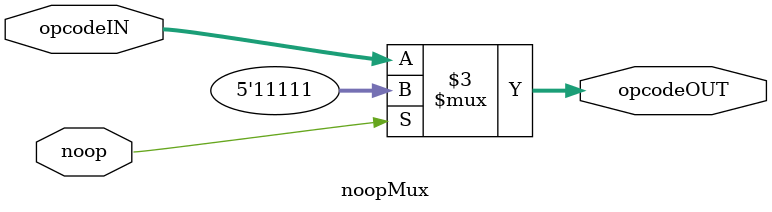
<source format=v>
module noopMux(opcodeIN, opcodeOUT, noop);

input wire [4:0] opcodeIN;
input wire noop;

output reg [4:0] opcodeOUT;



always @* begin

if (noop)
	opcodeOUT = 5'b11111;
	
	else
   
	opcodeOUT = opcodeIN;
	
	end

endmodule



</source>
